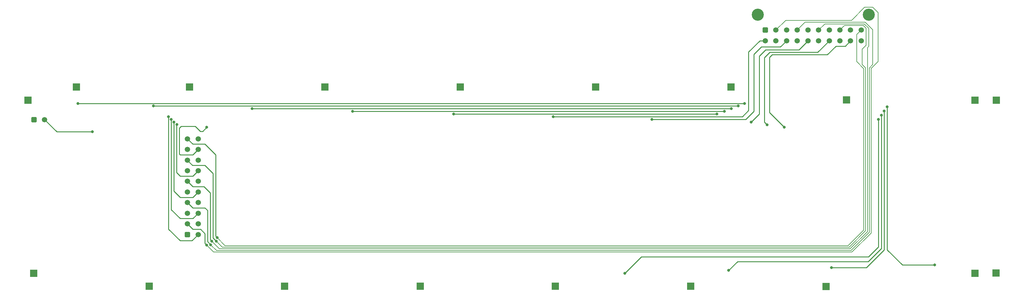
<source format=gbr>
%TF.GenerationSoftware,KiCad,Pcbnew,(6.0.7)*%
%TF.CreationDate,2023-02-26T17:44:05-06:00*%
%TF.ProjectId,Vsense,5673656e-7365-42e6-9b69-6361645f7063,rev?*%
%TF.SameCoordinates,Original*%
%TF.FileFunction,Copper,L2,Bot*%
%TF.FilePolarity,Positive*%
%FSLAX46Y46*%
G04 Gerber Fmt 4.6, Leading zero omitted, Abs format (unit mm)*
G04 Created by KiCad (PCBNEW (6.0.7)) date 2023-02-26 17:44:05*
%MOMM*%
%LPD*%
G01*
G04 APERTURE LIST*
G04 Aperture macros list*
%AMRoundRect*
0 Rectangle with rounded corners*
0 $1 Rounding radius*
0 $2 $3 $4 $5 $6 $7 $8 $9 X,Y pos of 4 corners*
0 Add a 4 corners polygon primitive as box body*
4,1,4,$2,$3,$4,$5,$6,$7,$8,$9,$2,$3,0*
0 Add four circle primitives for the rounded corners*
1,1,$1+$1,$2,$3*
1,1,$1+$1,$4,$5*
1,1,$1+$1,$6,$7*
1,1,$1+$1,$8,$9*
0 Add four rect primitives between the rounded corners*
20,1,$1+$1,$2,$3,$4,$5,0*
20,1,$1+$1,$4,$5,$6,$7,0*
20,1,$1+$1,$6,$7,$8,$9,0*
20,1,$1+$1,$8,$9,$2,$3,0*%
G04 Aperture macros list end*
%TA.AperFunction,ComponentPad*%
%ADD10RoundRect,0.250001X0.499999X-0.499999X0.499999X0.499999X-0.499999X0.499999X-0.499999X-0.499999X0*%
%TD*%
%TA.AperFunction,ComponentPad*%
%ADD11C,1.500000*%
%TD*%
%TA.AperFunction,ComponentPad*%
%ADD12R,2.000000X2.000000*%
%TD*%
%TA.AperFunction,ComponentPad*%
%ADD13RoundRect,0.250001X-0.499999X-0.499999X0.499999X-0.499999X0.499999X0.499999X-0.499999X0.499999X0*%
%TD*%
%TA.AperFunction,ComponentPad*%
%ADD14C,3.410000*%
%TD*%
%TA.AperFunction,ViaPad*%
%ADD15C,0.800000*%
%TD*%
%TA.AperFunction,Conductor*%
%ADD16C,0.150000*%
%TD*%
%TA.AperFunction,Conductor*%
%ADD17C,0.250000*%
%TD*%
G04 APERTURE END LIST*
D10*
%TO.P,VSense1,1,Pin_1*%
%TO.N,Cell0*%
X117835000Y-148250000D03*
D11*
%TO.P,VSense1,2,Pin_2*%
%TO.N,Cell1+*%
X117835000Y-145250000D03*
%TO.P,VSense1,3,Pin_3*%
%TO.N,Cell2+*%
X117835000Y-142250000D03*
%TO.P,VSense1,4,Pin_4*%
%TO.N,Cell3+*%
X117835000Y-139250000D03*
%TO.P,VSense1,5,Pin_5*%
%TO.N,Cell4+*%
X117835000Y-136250000D03*
%TO.P,VSense1,6,Pin_6*%
%TO.N,Cell5+*%
X117835000Y-133250000D03*
%TO.P,VSense1,7,Pin_7*%
%TO.N,Cell6+*%
X117835000Y-130250000D03*
%TO.P,VSense1,8,Pin_8*%
%TO.N,Cell7+*%
X117835000Y-127250000D03*
%TO.P,VSense1,9,Pin_9*%
%TO.N,Cell8+*%
X117835000Y-124250000D03*
%TO.P,VSense1,10,Pin_10*%
%TO.N,Cell9+*%
X117835000Y-121250000D03*
%TO.P,VSense1,11,Pin_11*%
%TO.N,Cell10+*%
X120835000Y-148250000D03*
%TO.P,VSense1,12,Pin_12*%
%TO.N,Cell11+*%
X120835000Y-145250000D03*
%TO.P,VSense1,13,Pin_13*%
%TO.N,Cell12+*%
X120835000Y-142250000D03*
%TO.P,VSense1,14,Pin_14*%
%TO.N,Cell13+*%
X120835000Y-139250000D03*
%TO.P,VSense1,15,Pin_15*%
%TO.N,Cell14+*%
X120835000Y-136250000D03*
%TO.P,VSense1,16,Pin_16*%
%TO.N,Cell15+*%
X120835000Y-133250000D03*
%TO.P,VSense1,17,Pin_17*%
%TO.N,Cell16+*%
X120835000Y-130250000D03*
%TO.P,VSense1,18,Pin_18*%
%TO.N,Cell17+*%
X120835000Y-127250000D03*
%TO.P,VSense1,19,Pin_19*%
%TO.N,Cell18+*%
X120835000Y-124250000D03*
%TO.P,VSense1,20,Pin_20*%
%TO.N,unconnected-(VSense1-Pad20)*%
X120835000Y-121250000D03*
%TD*%
D12*
%TO.P,Cell(8+)1,1,1*%
%TO.N,Cell8+*%
X194600000Y-106625000D03*
%TD*%
%TO.P,Cell(3+)1,1,1*%
%TO.N,Cell3+*%
X107050000Y-162875000D03*
%TD*%
%TO.P,Cell(9+)1,1,1*%
%TO.N,Cell9+*%
X221375000Y-162875000D03*
%TD*%
%TO.P,Cell(16+)1,1,1*%
%TO.N,Cell16+*%
X339500000Y-110375000D03*
%TD*%
%TO.P,Cell(5+)1,1,1*%
%TO.N,Cell5+*%
X145175000Y-162875000D03*
%TD*%
%TO.P,Cell(2+)1,1,1*%
%TO.N,Cell2+*%
X86550000Y-106625000D03*
%TD*%
%TO.P,Cell(12+)1,1,1*%
%TO.N,Cell12+*%
X270825000Y-106625000D03*
%TD*%
D13*
%TO.P,VSenseAUX1,1,Pin_1*%
%TO.N,Cell0*%
X280450000Y-90585000D03*
D11*
%TO.P,VSenseAUX1,2,Pin_2*%
%TO.N,Cell1+*%
X283450000Y-90585000D03*
%TO.P,VSenseAUX1,3,Pin_3*%
%TO.N,Cell2+*%
X286450000Y-90585000D03*
%TO.P,VSenseAUX1,4,Pin_4*%
%TO.N,Cell3+*%
X289450000Y-90585000D03*
%TO.P,VSenseAUX1,5,Pin_5*%
%TO.N,Cell4+*%
X292450000Y-90585000D03*
%TO.P,VSenseAUX1,6,Pin_6*%
%TO.N,Cell5+*%
X295450000Y-90585000D03*
%TO.P,VSenseAUX1,7,Pin_7*%
%TO.N,Cell6+*%
X298450000Y-90585000D03*
%TO.P,VSenseAUX1,8,Pin_8*%
%TO.N,Cell7+*%
X301450000Y-90585000D03*
%TO.P,VSenseAUX1,9,Pin_9*%
%TO.N,Cell8+*%
X304450000Y-90585000D03*
%TO.P,VSenseAUX1,10,Pin_10*%
%TO.N,Cell9+*%
X307450000Y-90585000D03*
%TO.P,VSenseAUX1,11,Pin_11*%
%TO.N,Cell10+*%
X280450000Y-93585000D03*
%TO.P,VSenseAUX1,12,Pin_12*%
%TO.N,Cell11+*%
X283450000Y-93585000D03*
%TO.P,VSenseAUX1,13,Pin_13*%
%TO.N,Cell12+*%
X286450000Y-93585000D03*
%TO.P,VSenseAUX1,14,Pin_14*%
%TO.N,Cell13+*%
X289450000Y-93585000D03*
%TO.P,VSenseAUX1,15,Pin_15*%
%TO.N,Cell14+*%
X292450000Y-93585000D03*
%TO.P,VSenseAUX1,16,Pin_16*%
%TO.N,Cell15+*%
X295450000Y-93585000D03*
%TO.P,VSenseAUX1,17,Pin_17*%
%TO.N,Cell16+*%
X298450000Y-93585000D03*
%TO.P,VSenseAUX1,18,Pin_18*%
%TO.N,Cell17+*%
X301450000Y-93585000D03*
%TO.P,VSenseAUX1,19,Pin_19*%
%TO.N,Cell18+*%
X304450000Y-93585000D03*
%TO.P,VSenseAUX1,20,Pin_20*%
X307450000Y-93585000D03*
D14*
%TO.P,VSenseAUX1,MP*%
%TO.N,N/C*%
X278300000Y-86265000D03*
X309600000Y-86265000D03*
%TD*%
D10*
%TO.P,Cell_Diff1,1,Pin_1*%
%TO.N,Cell0*%
X74625000Y-115850000D03*
D11*
%TO.P,Cell_Diff1,2,Pin_2*%
%TO.N,Cell18+*%
X77625000Y-115850000D03*
%TD*%
D12*
%TO.P,Cell(11+)1,1,1*%
%TO.N,Cell11+*%
X259475000Y-162850000D03*
%TD*%
%TO.P,Cell(13+)1,1,1*%
%TO.N,Cell13+*%
X297575000Y-162900000D03*
%TD*%
%TO.P,Cell(6+)1,1,1*%
%TO.N,Cell6+*%
X156525000Y-106625000D03*
%TD*%
%TO.P,Cell(18+)1,1,1*%
%TO.N,Cell18+*%
X345450000Y-110375000D03*
%TD*%
%TO.P,Cell(10+)1,1,1*%
%TO.N,Cell10+*%
X232725000Y-106625000D03*
%TD*%
%TO.P,Cell(1-)1,1,1*%
%TO.N,Cell0*%
X72925000Y-110325000D03*
%TD*%
%TO.P,Cell(7+)1,1,1*%
%TO.N,Cell7+*%
X183300000Y-162850000D03*
%TD*%
%TO.P,Cell(17+)1,1,1*%
%TO.N,Cell17+*%
X345395000Y-159120000D03*
%TD*%
%TO.P,Cell(15+)1,1,1*%
%TO.N,Cell15+*%
X339450000Y-159175000D03*
%TD*%
%TO.P,Cell(4+)1,1,1*%
%TO.N,Cell4+*%
X118375000Y-106625000D03*
%TD*%
%TO.P,Cell(1+)1,1,1*%
%TO.N,Cell1+*%
X74550000Y-159175000D03*
%TD*%
%TO.P,Cell(14+)1,1,1*%
%TO.N,Cell14+*%
X303275000Y-110275000D03*
%TD*%
D15*
%TO.N,Cell1+*%
X123225000Y-151225000D03*
%TO.N,Cell0*%
X87000000Y-111250000D03*
X274650000Y-111250000D03*
%TO.N,Cell2+*%
X108250000Y-112000000D03*
X272825000Y-112000000D03*
%TO.N,Cell3+*%
X124366649Y-151125750D03*
%TO.N,Cell4+*%
X136000000Y-112750000D03*
X270850000Y-112750000D03*
%TO.N,Cell5+*%
X124675000Y-150175000D03*
%TO.N,Cell6+*%
X164250000Y-113500000D03*
X268900000Y-113500000D03*
%TO.N,Cell7+*%
X125900000Y-150150000D03*
%TO.N,Cell8+*%
X192750000Y-114250000D03*
X266850000Y-114250000D03*
%TO.N,Cell9+*%
X126150000Y-149150000D03*
%TO.N,Cell10+*%
X112500000Y-115000000D03*
X220762500Y-114987500D03*
%TO.N,Cell11+*%
X240925000Y-159175000D03*
X312250000Y-115775000D03*
%TO.N,Cell12+*%
X248512500Y-115737500D03*
X113250000Y-115750000D03*
%TO.N,Cell13+*%
X313100000Y-114600000D03*
X270125000Y-158375000D03*
%TO.N,Cell14+*%
X114000000Y-116500000D03*
X276500000Y-116500000D03*
%TO.N,Cell15+*%
X299100000Y-157600000D03*
X313875000Y-113400000D03*
%TO.N,Cell16+*%
X280925000Y-117275000D03*
X114831637Y-117224500D03*
%TO.N,Cell17+*%
X314750000Y-112225000D03*
X328100000Y-156850000D03*
%TO.N,Cell18+*%
X123250000Y-118000000D03*
X285800000Y-117949000D03*
X91025000Y-119250000D03*
%TD*%
D16*
%TO.N,Cell1+*%
X125200000Y-153200000D02*
X304875000Y-153200000D01*
X310675000Y-84100000D02*
X308425000Y-84100000D01*
X123225000Y-151225000D02*
X125200000Y-153200000D01*
X308425000Y-84100000D02*
X304725000Y-87800000D01*
D17*
X122750000Y-148000000D02*
X121500000Y-146750000D01*
X123225000Y-151225000D02*
X122750000Y-150750000D01*
D16*
X312200000Y-99425000D02*
X312200000Y-85625000D01*
D17*
X122750000Y-150750000D02*
X122750000Y-148000000D01*
D16*
X312200000Y-85625000D02*
X310675000Y-84100000D01*
D17*
X119335000Y-146750000D02*
X117835000Y-145250000D01*
D16*
X286235000Y-87800000D02*
X283450000Y-90585000D01*
X304725000Y-87800000D02*
X286235000Y-87800000D01*
D17*
X121500000Y-146750000D02*
X119335000Y-146750000D01*
D16*
X304875000Y-153200000D02*
X310250000Y-147825000D01*
X310250000Y-147825000D02*
X310250000Y-101375000D01*
X310250000Y-101375000D02*
X312200000Y-99425000D01*
D17*
%TO.N,Cell0*%
X274650000Y-111250000D02*
X87000000Y-111250000D01*
%TO.N,Cell2+*%
X272825000Y-112000000D02*
X108250000Y-112000000D01*
D16*
%TO.N,Cell3+*%
X304575000Y-152750000D02*
X309725000Y-147600000D01*
D17*
X124366649Y-151125750D02*
X123449520Y-150208621D01*
D16*
X309725000Y-101275000D02*
X310700000Y-100300000D01*
X309725000Y-147600000D02*
X309725000Y-101275000D01*
D17*
X122750000Y-140750000D02*
X119335000Y-140750000D01*
D16*
X125990899Y-152750000D02*
X304575000Y-152750000D01*
D17*
X119335000Y-140750000D02*
X117835000Y-139250000D01*
D16*
X310700000Y-100300000D02*
X310700000Y-90500000D01*
X310700000Y-90500000D02*
X308575000Y-88375000D01*
D17*
X123449520Y-150208621D02*
X123449520Y-141449520D01*
D16*
X124366649Y-151125750D02*
X125990899Y-152750000D01*
X308575000Y-88375000D02*
X291660000Y-88375000D01*
X291660000Y-88375000D02*
X289450000Y-90585000D01*
D17*
X123449520Y-141449520D02*
X122750000Y-140750000D01*
%TO.N,Cell4+*%
X270850000Y-112750000D02*
X136000000Y-112750000D01*
%TO.N,Cell5+*%
X124250000Y-136500000D02*
X122500000Y-134750000D01*
D16*
X309200000Y-147400000D02*
X309200000Y-95500000D01*
D17*
X122500000Y-134750000D02*
X119335000Y-134750000D01*
D16*
X309200000Y-95500000D02*
X309550000Y-95150000D01*
X308325000Y-88825000D02*
X297210000Y-88825000D01*
X124675000Y-150175000D02*
X126800000Y-152300000D01*
X309550000Y-95150000D02*
X309550000Y-90050000D01*
X309550000Y-90050000D02*
X308325000Y-88825000D01*
D17*
X119335000Y-134750000D02*
X117835000Y-133250000D01*
X124250000Y-149750000D02*
X124250000Y-136500000D01*
X124675000Y-150175000D02*
X124250000Y-149750000D01*
D16*
X297210000Y-88825000D02*
X295450000Y-90585000D01*
X126800000Y-152300000D02*
X304300000Y-152300000D01*
X304300000Y-152300000D02*
X309200000Y-147400000D01*
D17*
%TO.N,Cell6+*%
X268900000Y-113500000D02*
X164250000Y-113500000D01*
%TO.N,Cell7+*%
X125000000Y-131000000D02*
X122750000Y-128750000D01*
D16*
X304050000Y-151850000D02*
X308675000Y-147225000D01*
X307700000Y-100275000D02*
X307700000Y-95975000D01*
D17*
X119250000Y-128750000D02*
X117835000Y-127335000D01*
D16*
X125900000Y-150150000D02*
X127600000Y-151850000D01*
D17*
X117835000Y-127335000D02*
X117835000Y-127250000D01*
D16*
X308675000Y-147225000D02*
X308675000Y-101250000D01*
X308775000Y-94900000D02*
X308775000Y-90000000D01*
X308775000Y-90000000D02*
X308050000Y-89275000D01*
D17*
X122750000Y-128750000D02*
X119250000Y-128750000D01*
X125000000Y-149250000D02*
X125000000Y-131000000D01*
D16*
X127600000Y-151850000D02*
X304050000Y-151850000D01*
X307700000Y-95975000D02*
X308775000Y-94900000D01*
X302760000Y-89275000D02*
X301450000Y-90585000D01*
X308050000Y-89275000D02*
X302760000Y-89275000D01*
D17*
X125900000Y-150150000D02*
X125000000Y-149250000D01*
D16*
X308675000Y-101250000D02*
X307700000Y-100275000D01*
D17*
%TO.N,Cell8+*%
X266850000Y-114250000D02*
X192750000Y-114250000D01*
D16*
%TO.N,Cell9+*%
X308175000Y-101450000D02*
X306200000Y-99475000D01*
X303775000Y-151400000D02*
X308175000Y-147000000D01*
X306200000Y-91835000D02*
X307450000Y-90585000D01*
D17*
X125750000Y-148750000D02*
X125750000Y-125750000D01*
X119335000Y-122750000D02*
X117835000Y-121250000D01*
X122750000Y-122750000D02*
X119335000Y-122750000D01*
D16*
X306200000Y-99475000D02*
X306200000Y-91835000D01*
X126150000Y-149150000D02*
X128400000Y-151400000D01*
X308175000Y-147000000D02*
X308175000Y-101450000D01*
D17*
X125750000Y-125750000D02*
X122750000Y-122750000D01*
D16*
X128400000Y-151400000D02*
X303775000Y-151400000D01*
D17*
X126150000Y-149150000D02*
X125750000Y-148750000D01*
%TO.N,Cell10+*%
X112500000Y-115000000D02*
X112500000Y-146750000D01*
X275750000Y-96725000D02*
X278890000Y-93585000D01*
X278890000Y-93585000D02*
X280450000Y-93585000D01*
X220775000Y-115000000D02*
X274025000Y-115000000D01*
X112500000Y-146750000D02*
X115750000Y-150000000D01*
X220762500Y-114987500D02*
X220775000Y-115000000D01*
X119085000Y-150000000D02*
X120835000Y-148250000D01*
X115750000Y-150000000D02*
X119085000Y-150000000D01*
X275750000Y-113275000D02*
X275750000Y-96725000D01*
X274025000Y-115000000D02*
X275750000Y-113275000D01*
%TO.N,Cell11+*%
X312250000Y-151775000D02*
X309500000Y-154525000D01*
X245575000Y-154525000D02*
X240925000Y-159175000D01*
X312250000Y-115775000D02*
X312250000Y-151775000D01*
X309500000Y-154525000D02*
X245575000Y-154525000D01*
%TO.N,Cell12+*%
X284710000Y-95325000D02*
X286450000Y-93585000D01*
X248512500Y-115737500D02*
X274962500Y-115737500D01*
X119335000Y-143750000D02*
X120835000Y-142250000D01*
X274962500Y-115737500D02*
X277250000Y-113450000D01*
X115750000Y-143750000D02*
X119335000Y-143750000D01*
X277250000Y-97425000D02*
X279350000Y-95325000D01*
X113250000Y-115750000D02*
X113250000Y-141250000D01*
X277250000Y-113450000D02*
X277250000Y-97425000D01*
X113250000Y-141250000D02*
X115750000Y-143750000D01*
X279350000Y-95325000D02*
X284710000Y-95325000D01*
%TO.N,Cell13+*%
X313100000Y-114600000D02*
X313100000Y-152150000D01*
X272625000Y-155875000D02*
X270125000Y-158375000D01*
X313100000Y-152150000D02*
X309375000Y-155875000D01*
X309375000Y-155875000D02*
X272625000Y-155875000D01*
%TO.N,Cell14+*%
X280500000Y-96100000D02*
X289935000Y-96100000D01*
X276500000Y-116500000D02*
X278725000Y-114275000D01*
X119335000Y-137750000D02*
X120835000Y-136250000D01*
X278725000Y-97875000D02*
X280500000Y-96100000D01*
X114000000Y-116500000D02*
X114000000Y-136000000D01*
X289935000Y-96100000D02*
X292450000Y-93585000D01*
X115750000Y-137750000D02*
X119335000Y-137750000D01*
X114000000Y-136000000D02*
X115750000Y-137750000D01*
X278725000Y-114275000D02*
X278725000Y-97875000D01*
%TO.N,Cell15+*%
X308900000Y-157600000D02*
X299100000Y-157600000D01*
X313875000Y-113400000D02*
X313875000Y-152625000D01*
X313875000Y-152625000D02*
X308900000Y-157600000D01*
%TO.N,Cell16+*%
X281725000Y-96825000D02*
X295210000Y-96825000D01*
X280200000Y-98350000D02*
X281725000Y-96825000D01*
X119335000Y-131750000D02*
X120835000Y-130250000D01*
X115750000Y-131750000D02*
X119335000Y-131750000D01*
X114750000Y-117306137D02*
X114750000Y-130750000D01*
X114750000Y-130750000D02*
X115750000Y-131750000D01*
X114831637Y-117224500D02*
X114750000Y-117306137D01*
X295210000Y-96825000D02*
X298450000Y-93585000D01*
X280925000Y-117275000D02*
X280200000Y-116550000D01*
X280200000Y-116550000D02*
X280200000Y-98350000D01*
%TO.N,Cell17+*%
X314750000Y-152575000D02*
X319025000Y-156850000D01*
X314750000Y-112225000D02*
X314750000Y-152575000D01*
X319025000Y-156850000D02*
X328100000Y-156850000D01*
%TO.N,Cell18+*%
X123250000Y-118011761D02*
X122137240Y-119124521D01*
X281675000Y-98250000D02*
X282400000Y-97525000D01*
X300334315Y-95100000D02*
X302935000Y-95100000D01*
X119335000Y-125750000D02*
X120835000Y-124250000D01*
X91025000Y-119250000D02*
X81025000Y-119250000D01*
X115500000Y-118250000D02*
X115500000Y-125500000D01*
X297909315Y-97525000D02*
X300334315Y-95100000D01*
X81025000Y-119250000D02*
X77625000Y-115850000D01*
X121412760Y-119124521D02*
X120038239Y-117750000D01*
X302935000Y-95100000D02*
X304450000Y-93585000D01*
X115500000Y-125500000D02*
X115750000Y-125750000D01*
X281675000Y-113824000D02*
X281675000Y-98250000D01*
X115750000Y-125750000D02*
X119335000Y-125750000D01*
X285800000Y-117949000D02*
X281675000Y-113824000D01*
X120038239Y-117750000D02*
X116000000Y-117750000D01*
X122137240Y-119124521D02*
X121412760Y-119124521D01*
X116000000Y-117750000D02*
X115500000Y-118250000D01*
X123250000Y-118000000D02*
X123250000Y-118011761D01*
X282400000Y-97525000D02*
X297909315Y-97525000D01*
%TD*%
M02*

</source>
